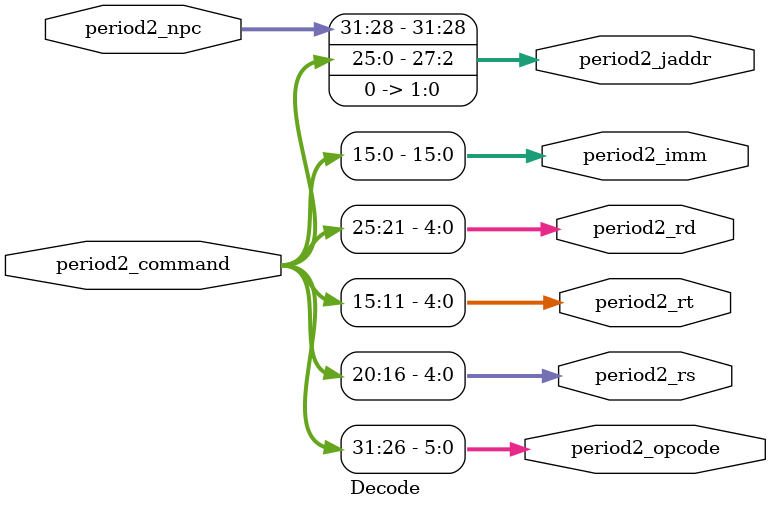
<source format=v>
`ifndef _Decode
`define _Decode

module Decode(
    input [31:0] period2_npc,
    input [31:0] period2_command,
    output [5:0] period2_opcode,
    output [4:0] period2_rs,
    output [4:0] period2_rt,
    output [4:0] period2_rd,
    output [15:0] period2_imm,
    output [31:0] period2_jaddr
    );
    assign period2_opcode  = period2_command[31:26];
	assign period2_rd = period2_command[25:21];
	assign period2_rs = period2_command[20:16];
	assign period2_rt = period2_command[15:11];
	assign period2_imm = period2_command[15:0];
	assign period2_jaddr = {period2_npc[31:28], period2_command[25:0], {2{1'b0}}};
    
endmodule

`endif


</source>
